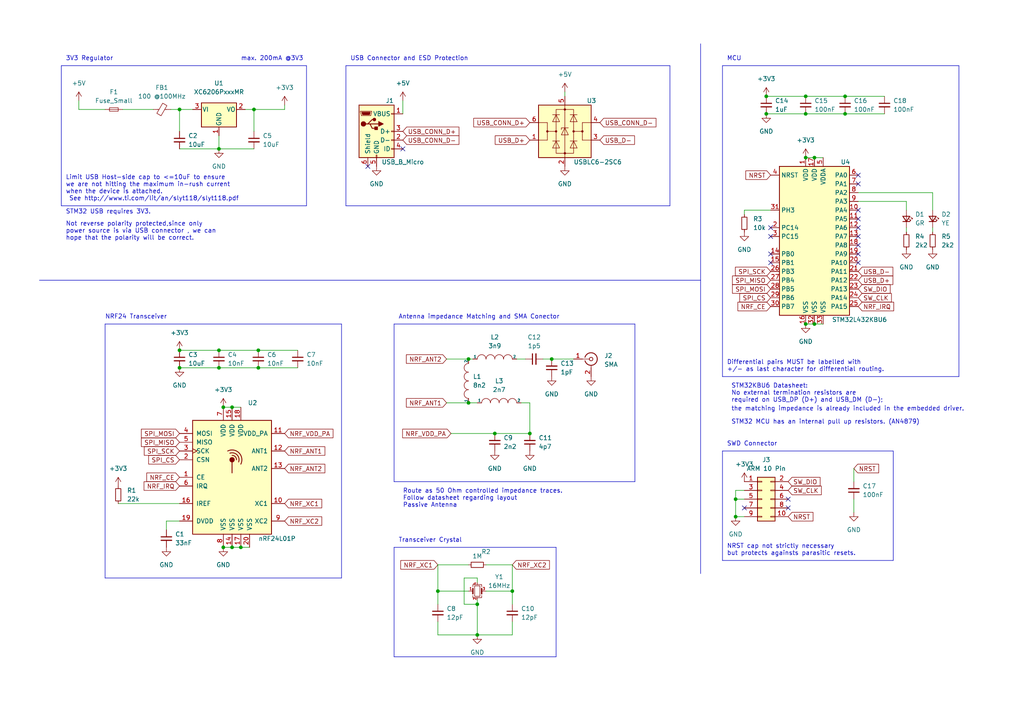
<source format=kicad_sch>
(kicad_sch (version 20230121) (generator eeschema)
  (paper "A4")
  (lib_symbols
    (symbol "Connector:Conn_Coaxial" (pin_names (offset 1.016) hide)
      (property "Reference" "J" (at 0.254 3.048 0))
      (property "Value" "Conn_Coaxial" (at 2.921 0 90))
      (symbol "Conn_Coaxial_0_1"
        (arc (start -1.778 -0.508) (mid 0.222 -1.808) (end 1.778 0) (stroke (width 0.254)))
        (polyline (pts (xy -2.54 0) (xy -0.508 0)))
        (polyline (pts (xy 0 -2.54) (xy 0 -1.778)))
        (circle (center 0 0) (radius 0.508) (stroke (width 0.2032)))
        (arc (start 1.778 0) (mid 0.2221 1.8083) (end -1.778 0.508) (stroke (width 0.254)))
      )
      (symbol "Conn_Coaxial_1_1"
        (pin passive line (at -5.08 0 0) (length 2.54) (name "In") (number "1"))
        (pin passive line (at 0 -5.08 90) (length 2.54) (name "Ext") (number "2"))
      )
    )
    (symbol "Connector:USB_B_Micro" (pin_names (offset 1.016))
      (property "Reference" "J" (at -5.08 11.43 0))
      (property "Value" "USB_B_Micro" (at -5.08 8.89 0))
      (symbol "USB_B_Micro_0_1"
        (rectangle (start -5.08 -7.62) (end 5.08 7.62) (stroke (width 0.254)) (fill (type background)))
        (circle (center -3.81 2.159) (radius 0.635) (stroke (width 0.254)) (fill (type outline)))
        (circle (center -0.635 3.429) (radius 0.381) (stroke (width 0.254)) (fill (type outline)))
        (rectangle (start -0.127 -7.62) (end 0.127 -6.858))
        (polyline (pts (xy -1.905 2.159) (xy 0.635 2.159)) (stroke (width 0.254)))
        (polyline (pts (xy -3.175 2.159) (xy -2.54 2.159) (xy -1.27 3.429) (xy -0.635 3.429)) (stroke (width 0.254)))
        (polyline (pts (xy -2.54 2.159) (xy -1.905 2.159) (xy -1.27 0.889) (xy 0 0.889)) (stroke (width 0.254)))
        (polyline (pts (xy 0.635 2.794) (xy 0.635 1.524) (xy 1.905 2.159) (xy 0.635 2.794)) (stroke (width 0.254)) (fill (type outline)))
        (polyline (pts (xy -4.318 5.588) (xy -1.778 5.588) (xy -2.032 4.826) (xy -4.064 4.826) (xy -4.318 5.588)) (fill (type outline)))
        (polyline (pts (xy -4.699 5.842) (xy -4.699 5.588) (xy -4.445 4.826) (xy -4.445 4.572) (xy -1.651 4.572) (xy -1.651 4.826) (xy -1.397 5.588) (xy -1.397 5.842) (xy -4.699 5.842)))
        (rectangle (start 0.254 1.27) (end -0.508 0.508) (stroke (width 0.254)) (fill (type outline)))
        (rectangle (start 5.08 -5.207) (end 4.318 -4.953))
        (rectangle (start 5.08 -2.667) (end 4.318 -2.413))
        (rectangle (start 5.08 -0.127) (end 4.318 0.127))
        (rectangle (start 5.08 4.953) (end 4.318 5.207))
      )
      (symbol "USB_B_Micro_1_1"
        (pin power_out line (at 7.62 5.08 180) (length 2.54) (name "VBUS") (number "1"))
        (pin bidirectional line (at 7.62 -2.54 180) (length 2.54) (name "D-") (number "2"))
        (pin bidirectional line (at 7.62 0 180) (length 2.54) (name "D+") (number "3"))
        (pin passive line (at 7.62 -5.08 180) (length 2.54) (name "ID") (number "4"))
        (pin power_out line (at 0 -10.16 90) (length 2.54) (name "GND") (number "5"))
        (pin passive line (at -2.54 -10.16 90) (length 2.54) (name "Shield") (number "6"))
      )
    )
    (symbol "Connector_Generic:Conn_02x05_Odd_Even" (pin_names (offset 1.016) hide)
      (property "Reference" "J" (at 1.27 7.62 0))
      (property "Value" "Conn_02x05_Odd_Even" (at 1.27 -7.62 0))
      (symbol "Conn_02x05_Odd_Even_1_1"
        (rectangle (start -1.27 -4.953) (end 0 -5.207) (stroke (width 0.1524)))
        (rectangle (start -1.27 -2.413) (end 0 -2.667) (stroke (width 0.1524)))
        (rectangle (start -1.27 0.127) (end 0 -0.127) (stroke (width 0.1524)))
        (rectangle (start -1.27 2.667) (end 0 2.413) (stroke (width 0.1524)))
        (rectangle (start -1.27 5.207) (end 0 4.953) (stroke (width 0.1524)))
        (rectangle (start -1.27 6.35) (end 3.81 -6.35) (stroke (width 0.254)) (fill (type background)))
        (rectangle (start 3.81 -4.953) (end 2.54 -5.207) (stroke (width 0.1524)))
        (rectangle (start 3.81 -2.413) (end 2.54 -2.667) (stroke (width 0.1524)))
        (rectangle (start 3.81 0.127) (end 2.54 -0.127) (stroke (width 0.1524)))
        (rectangle (start 3.81 2.667) (end 2.54 2.413) (stroke (width 0.1524)))
        (rectangle (start 3.81 5.207) (end 2.54 4.953) (stroke (width 0.1524)))
        (pin passive line (at -5.08 5.08 0) (length 3.81) (name "Pin_1") (number "1"))
        (pin passive line (at 7.62 -5.08 180) (length 3.81) (name "Pin_10") (number "10"))
        (pin passive line (at 7.62 5.08 180) (length 3.81) (name "Pin_2") (number "2"))
        (pin passive line (at -5.08 2.54 0) (length 3.81) (name "Pin_3") (number "3"))
        (pin passive line (at 7.62 2.54 180) (length 3.81) (name "Pin_4") (number "4"))
        (pin passive line (at -5.08 0 0) (length 3.81) (name "Pin_5") (number "5"))
        (pin passive line (at 7.62 0 180) (length 3.81) (name "Pin_6") (number "6"))
        (pin passive line (at -5.08 -2.54 0) (length 3.81) (name "Pin_7") (number "7"))
        (pin passive line (at 7.62 -2.54 180) (length 3.81) (name "Pin_8") (number "8"))
        (pin passive line (at -5.08 -5.08 0) (length 3.81) (name "Pin_9") (number "9"))
      )
    )
    (symbol "Device:C_Small" (pin_numbers hide) (pin_names (offset 0.254) hide)
      (property "Reference" "C" (at 0.254 1.778 0))
      (property "Value" "C_Small" (at 0.254 -2.032 0))
      (symbol "C_Small_0_1"
        (polyline (pts (xy -1.524 -0.508) (xy 1.524 -0.508)) (stroke (width 0.3302)))
        (polyline (pts (xy -1.524 0.508) (xy 1.524 0.508)) (stroke (width 0.3048)))
      )
      (symbol "C_Small_1_1"
        (pin passive line (at 0 2.54 270) (length 2.032) (name "~") (number "1"))
        (pin passive line (at 0 -2.54 90) (length 2.032) (name "~") (number "2"))
      )
    )
    (symbol "Device:Crystal_GND24_Small" (pin_names (offset 1.016) hide)
      (property "Reference" "Y" (at 1.27 4.445 0))
      (property "Value" "Crystal_GND24_Small" (at 1.27 2.54 0))
      (symbol "Crystal_GND24_Small_0_1"
        (rectangle (start -0.762 -1.524) (end 0.762 1.524))
        (polyline (pts (xy -1.27 -0.762) (xy -1.27 0.762)) (stroke (width 0.381)))
        (polyline (pts (xy 1.27 -0.762) (xy 1.27 0.762)) (stroke (width 0.381)))
        (polyline (pts (xy -1.27 -1.27) (xy -1.27 -1.905) (xy 1.27 -1.905) (xy 1.27 -1.27)))
        (polyline (pts (xy -1.27 1.27) (xy -1.27 1.905) (xy 1.27 1.905) (xy 1.27 1.27)))
      )
      (symbol "Crystal_GND24_Small_1_1"
        (pin passive line (at -2.54 0 0) (length 1.27) (name "1") (number "1"))
        (pin passive line (at 0 -2.54 90) (length 0.635) (name "2") (number "2"))
        (pin passive line (at 2.54 0 180) (length 1.27) (name "3") (number "3"))
        (pin passive line (at 0 2.54 270) (length 0.635) (name "4") (number "4"))
      )
    )
    (symbol "Device:FerriteBead_Small" (pin_numbers hide) (pin_names (offset 0))
      (property "Reference" "FB" (at 1.905 1.27 0))
      (property "Value" "FerriteBead_Small" (at 1.905 -1.27 0))
      (symbol "FerriteBead_Small_0_1"
        (polyline (pts (xy 0 -1.27) (xy 0 -0.7874)))
        (polyline (pts (xy 0 0.889) (xy 0 1.2954)))
        (polyline (pts (xy -1.8288 0.2794) (xy -1.1176 1.4986) (xy 1.8288 -0.2032) (xy 1.1176 -1.4224) (xy -1.8288 0.2794)))
      )
      (symbol "FerriteBead_Small_1_1"
        (pin passive line (at 0 2.54 270) (length 1.27) (name "~") (number "1"))
        (pin passive line (at 0 -2.54 90) (length 1.27) (name "~") (number "2"))
      )
    )
    (symbol "Device:Fuse_Small" (pin_numbers hide) (pin_names (offset 0.254) hide)
      (property "Reference" "F" (at 0 -1.524 0))
      (property "Value" "Fuse_Small" (at 0 1.524 0))
      (symbol "Fuse_Small_0_1"
        (rectangle (start -1.27 0.508) (end 1.27 -0.508))
        (polyline (pts (xy -1.27 0) (xy 1.27 0)))
      )
      (symbol "Fuse_Small_1_1"
        (pin passive line (at -2.54 0 0) (length 1.27) (name "~") (number "1"))
        (pin passive line (at 2.54 0 180) (length 1.27) (name "~") (number "2"))
      )
    )
    (symbol "Device:LED_Small" (pin_numbers hide) (pin_names (offset 0.254) hide)
      (property "Reference" "D" (at -1.27 3.175 0))
      (property "Value" "LED_Small" (at -4.445 -2.54 0))
      (symbol "LED_Small_0_1"
        (polyline (pts (xy -0.762 -1.016) (xy -0.762 1.016)) (stroke (width 0.254)))
        (polyline (pts (xy 1.016 0) (xy -0.762 0)))
        (polyline (pts (xy 0.762 -1.016) (xy -0.762 0) (xy 0.762 1.016) (xy 0.762 -1.016)) (stroke (width 0.254)))
        (polyline (pts (xy 0 0.762) (xy -0.508 1.27) (xy -0.254 1.27) (xy -0.508 1.27) (xy -0.508 1.016)))
        (polyline (pts (xy 0.508 1.27) (xy 0 1.778) (xy 0.254 1.778) (xy 0 1.778) (xy 0 1.524)))
      )
      (symbol "LED_Small_1_1"
        (pin passive line (at -2.54 0 0) (length 1.778) (name "K") (number "1"))
        (pin passive line (at 2.54 0 180) (length 1.778) (name "A") (number "2"))
      )
    )
    (symbol "Device:R_Small" (pin_numbers hide) (pin_names (offset 0.254) hide)
      (property "Reference" "R" (at 0.762 0.508 0))
      (property "Value" "R_Small" (at 0.762 -1.016 0))
      (symbol "R_Small_0_1"
        (rectangle (start -0.762 1.778) (end 0.762 -1.778) (stroke (width 0.2032)))
      )
      (symbol "R_Small_1_1"
        (pin passive line (at 0 2.54 270) (length 0.762) (name "~") (number "1"))
        (pin passive line (at 0 -2.54 90) (length 0.762) (name "~") (number "2"))
      )
    )
    (symbol "MCU_ST_STM32L4:STM32L432KBUx"
      (property "Reference" "U" (at -10.16 21.59 0))
      (property "Value" "STM32L432KBUx" (at 5.08 21.59 0))
      (symbol "STM32L432KBUx_0_1"
        (rectangle (start -10.16 -22.86) (end 10.16 20.32) (stroke (width 0.254)) (fill (type background)))
      )
      (symbol "STM32L432KBUx_1_1"
        (pin power_in line (at -2.54 22.86 270) (length 2.54) (name "VDD") (number "1"))
        (pin bidirectional line (at 12.7 7.62 180) (length 2.54) (name "PA4") (number "10"))
        (pin bidirectional line (at 12.7 5.08 180) (length 2.54) (name "PA5") (number "11"))
        (pin bidirectional line (at 12.7 2.54 180) (length 2.54) (name "PA6") (number "12"))
        (pin bidirectional line (at 12.7 0 180) (length 2.54) (name "PA7") (number "13"))
        (pin bidirectional line (at -12.7 -5.08 0) (length 2.54) (name "PB0") (number "14"))
        (pin bidirectional line (at -12.7 -7.62 0) (length 2.54) (name "PB1") (number "15"))
        (pin power_in line (at -2.54 -25.4 90) (length 2.54) (name "VSS") (number "16"))
        (pin power_in line (at 0 22.86 270) (length 2.54) (name "VDD") (number "17"))
        (pin bidirectional line (at 12.7 -2.54 180) (length 2.54) (name "PA8") (number "18"))
        (pin bidirectional line (at 12.7 -5.08 180) (length 2.54) (name "PA9") (number "19"))
        (pin bidirectional line (at -12.7 2.54 0) (length 2.54) (name "PC14") (number "2"))
        (pin bidirectional line (at 12.7 -7.62 180) (length 2.54) (name "PA10") (number "20"))
        (pin bidirectional line (at 12.7 -10.16 180) (length 2.54) (name "PA11") (number "21"))
        (pin bidirectional line (at 12.7 -12.7 180) (length 2.54) (name "PA12") (number "22"))
        (pin bidirectional line (at 12.7 -15.24 180) (length 2.54) (name "PA13") (number "23"))
        (pin bidirectional line (at 12.7 -17.78 180) (length 2.54) (name "PA14") (number "24"))
        (pin bidirectional line (at 12.7 -20.32 180) (length 2.54) (name "PA15") (number "25"))
        (pin bidirectional line (at -12.7 -10.16 0) (length 2.54) (name "PB3") (number "26"))
        (pin bidirectional line (at -12.7 -12.7 0) (length 2.54) (name "PB4") (number "27"))
        (pin bidirectional line (at -12.7 -15.24 0) (length 2.54) (name "PB5") (number "28"))
        (pin bidirectional line (at -12.7 -17.78 0) (length 2.54) (name "PB6") (number "29"))
        (pin bidirectional line (at -12.7 0 0) (length 2.54) (name "PC15") (number "3"))
        (pin bidirectional line (at -12.7 -20.32 0) (length 2.54) (name "PB7") (number "30"))
        (pin bidirectional line (at -12.7 7.62 0) (length 2.54) (name "PH3") (number "31"))
        (pin power_in line (at 0 -25.4 90) (length 2.54) (name "VSS") (number "32"))
        (pin power_in line (at 2.54 -25.4 90) (length 2.54) (name "VSS") (number "33"))
        (pin input line (at -12.7 17.78 0) (length 2.54) (name "NRST") (number "4"))
        (pin power_in line (at 2.54 22.86 270) (length 2.54) (name "VDDA") (number "5"))
        (pin bidirectional line (at 12.7 17.78 180) (length 2.54) (name "PA0") (number "6"))
        (pin bidirectional line (at 12.7 15.24 180) (length 2.54) (name "PA1") (number "7"))
        (pin bidirectional line (at 12.7 12.7 180) (length 2.54) (name "PA2") (number "8"))
        (pin bidirectional line (at 12.7 10.16 180) (length 2.54) (name "PA3") (number "9"))
      )
    )
    (symbol "Power_Protection:USBLC6-2SC6" (pin_names hide)
      (property "Reference" "U" (at 2.54 8.89 0))
      (property "Value" "USBLC6-2SC6" (at 2.54 -8.89 0))
      (symbol "USBLC6-2SC6_0_1"
        (rectangle (start -7.62 -7.62) (end 7.62 7.62) (stroke (width 0.254)) (fill (type background)))
        (circle (center -5.08 0) (radius 0.254) (fill (type outline)))
        (circle (center -2.54 0) (radius 0.254) (fill (type outline)))
        (rectangle (start -2.54 6.35) (end 2.54 -6.35))
        (circle (center 0 -6.35) (radius 0.254) (fill (type outline)))
        (polyline (pts (xy -5.08 -2.54) (xy -7.62 -2.54)))
        (polyline (pts (xy -5.08 0) (xy -5.08 -2.54)))
        (polyline (pts (xy -5.08 2.54) (xy -7.62 2.54)))
        (polyline (pts (xy -1.524 -2.794) (xy -3.556 -2.794)))
        (polyline (pts (xy -1.524 4.826) (xy -3.556 4.826)))
        (polyline (pts (xy 0 -7.62) (xy 0 -6.35)))
        (polyline (pts (xy 0 -6.35) (xy 0 1.27)))
        (polyline (pts (xy 0 1.27) (xy 0 6.35)))
        (polyline (pts (xy 0 6.35) (xy 0 7.62)))
        (polyline (pts (xy 1.524 -2.794) (xy 3.556 -2.794)))
        (polyline (pts (xy 1.524 4.826) (xy 3.556 4.826)))
        (polyline (pts (xy 5.08 -2.54) (xy 7.62 -2.54)))
        (polyline (pts (xy 5.08 0) (xy 5.08 -2.54)))
        (polyline (pts (xy 5.08 2.54) (xy 7.62 2.54)))
        (polyline (pts (xy -2.54 0) (xy -5.08 0) (xy -5.08 2.54)))
        (polyline (pts (xy 2.54 0) (xy 5.08 0) (xy 5.08 2.54)))
        (polyline (pts (xy -3.556 -4.826) (xy -1.524 -4.826) (xy -2.54 -2.794) (xy -3.556 -4.826)))
        (polyline (pts (xy -3.556 2.794) (xy -1.524 2.794) (xy -2.54 4.826) (xy -3.556 2.794)))
        (polyline (pts (xy -1.016 -1.016) (xy 1.016 -1.016) (xy 0 1.016) (xy -1.016 -1.016)))
        (polyline (pts (xy 1.016 1.016) (xy 0.762 1.016) (xy -1.016 1.016) (xy -1.016 0.508)))
        (polyline (pts (xy 3.556 -4.826) (xy 1.524 -4.826) (xy 2.54 -2.794) (xy 3.556 -4.826)))
        (polyline (pts (xy 3.556 2.794) (xy 1.524 2.794) (xy 2.54 4.826) (xy 3.556 2.794)))
        (circle (center 0 6.35) (radius 0.254) (fill (type outline)))
        (circle (center 2.54 0) (radius 0.254) (fill (type outline)))
        (circle (center 5.08 0) (radius 0.254) (fill (type outline)))
      )
      (symbol "USBLC6-2SC6_1_1"
        (pin passive line (at -10.16 -2.54 0) (length 2.54) (name "I/O1") (number "1"))
        (pin passive line (at 0 -10.16 90) (length 2.54) (name "GND") (number "2"))
        (pin passive line (at 10.16 -2.54 180) (length 2.54) (name "I/O2") (number "3"))
        (pin passive line (at 10.16 2.54 180) (length 2.54) (name "I/O2") (number "4"))
        (pin passive line (at 0 10.16 270) (length 2.54) (name "VBUS") (number "5"))
        (pin passive line (at -10.16 2.54 0) (length 2.54) (name "I/O1") (number "6"))
      )
    )
    (symbol "RF:nRF24L01P" (pin_names (offset 1.016))
      (property "Reference" "U" (at -11.43 17.78 0))
      (property "Value" "nRF24L01P" (at 5.08 17.78 0))
      (symbol "nRF24L01P_0_1"
        (rectangle (start -11.43 16.51) (end 11.43 -16.51) (stroke (width 0.254)) (fill (type background)))
        (polyline (pts (xy 0 4.445) (xy 0 1.27)) (stroke (width 0.254)))
        (circle (center 0 5.08) (radius 0.635) (stroke (width 0.254)) (fill (type outline)))
        (arc (start 1.27 5.08) (mid 0.9109 5.9909) (end 0 6.35) (stroke (width 0.254)))
        (arc (start 1.905 4.445) (mid 1.4383 6.5183) (end -0.635 6.985) (stroke (width 0.254)))
        (arc (start 2.54 3.81) (mid 2.008 7.088) (end -1.27 7.62) (stroke (width 0.254)))
        (rectangle (start 11.43 -13.97) (end 11.43 -13.97))
      )
      (symbol "nRF24L01P_1_1"
        (pin input line (at -15.24 0 0) (length 3.81) (name "CE") (number "1"))
        (pin passive line (at 15.24 -7.62 180) (length 3.81) (name "XC1") (number "10"))
        (pin power_out line (at 15.24 12.7 180) (length 3.81) (name "VDD_PA") (number "11"))
        (pin passive line (at 15.24 7.62 180) (length 3.81) (name "ANT1") (number "12"))
        (pin passive line (at 15.24 2.54 180) (length 3.81) (name "ANT2") (number "13"))
        (pin power_in line (at 0 -20.32 90) (length 3.81) (name "VSS") (number "14"))
        (pin power_in line (at 0 20.32 270) (length 3.81) (name "VDD") (number "15"))
        (pin passive line (at -15.24 -7.62 0) (length 3.81) (name "IREF") (number "16"))
        (pin power_in line (at 2.54 -20.32 90) (length 3.81) (name "VSS") (number "17"))
        (pin power_in line (at 2.54 20.32 270) (length 3.81) (name "VDD") (number "18"))
        (pin power_out line (at -15.24 -12.7 0) (length 3.81) (name "DVDD") (number "19"))
        (pin input line (at -15.24 5.08 0) (length 3.81) (name "CSN") (number "2"))
        (pin power_in line (at 5.08 -20.32 90) (length 3.81) (name "VSS") (number "20"))
        (pin input clock (at -15.24 7.62 0) (length 3.81) (name "SCK") (number "3"))
        (pin input line (at -15.24 12.7 0) (length 3.81) (name "MOSI") (number "4"))
        (pin output line (at -15.24 10.16 0) (length 3.81) (name "MISO") (number "5"))
        (pin output line (at -15.24 -2.54 0) (length 3.81) (name "IRQ") (number "6"))
        (pin power_in line (at -2.54 20.32 270) (length 3.81) (name "VDD") (number "7"))
        (pin power_in line (at -2.54 -20.32 90) (length 3.81) (name "VSS") (number "8"))
        (pin passive line (at 15.24 -12.7 180) (length 3.81) (name "XC2") (number "9"))
      )
    )
    (symbol "Regulator_Linear:XC6206PxxxMR" (pin_names (offset 0.254))
      (property "Reference" "U" (at -3.81 3.175 0))
      (property "Value" "XC6206PxxxMR" (at 0 3.175 0))
      (symbol "XC6206PxxxMR_0_1"
        (rectangle (start -5.08 1.905) (end 5.08 -5.08) (stroke (width 0.254)) (fill (type background)))
      )
      (symbol "XC6206PxxxMR_1_1"
        (pin power_in line (at 0 -7.62 90) (length 2.54) (name "GND") (number "1"))
        (pin power_out line (at 7.62 0 180) (length 2.54) (name "VO") (number "2"))
        (pin power_in line (at -7.62 0 0) (length 2.54) (name "VI") (number "3"))
      )
    )
    (symbol "power:+3V3" (power) (pin_names (offset 0))
      (property "Value" "+3V3" (at 0 3.556 0))
      (symbol "+3V3_0_1"
        (polyline (pts (xy -0.762 1.27) (xy 0 2.54)))
        (polyline (pts (xy 0 0) (xy 0 2.54)))
        (polyline (pts (xy 0 2.54) (xy 0.762 1.27)))
      )
      (symbol "+3V3_1_1"
        (pin power_in line (at 0 0 90) (length 0) hide (name "+3V3") (number "1"))
      )
    )
    (symbol "power:+5V" (power) (pin_names (offset 0))
      (property "Value" "+5V" (at 0 3.556 0))
      (symbol "+5V_0_1"
        (polyline (pts (xy -0.762 1.27) (xy 0 2.54)))
        (polyline (pts (xy 0 0) (xy 0 2.54)))
        (polyline (pts (xy 0 2.54) (xy 0.762 1.27)))
      )
      (symbol "+5V_1_1"
        (pin power_in line (at 0 0 90) (length 0) hide (name "+5V") (number "1"))
      )
    )
    (symbol "power:GND" (power) (pin_names (offset 0))
      (property "Value" "GND" (at 0 -3.81 0))
      (symbol "GND_0_1"
        (polyline (pts (xy 0 0) (xy 0 -1.27) (xy 1.27 -1.27) (xy 0 -2.54) (xy -1.27 -1.27) (xy 0 -1.27)))
      )
      (symbol "GND_1_1"
        (pin power_in line (at 0 0 270) (length 0) hide (name "GND") (number "1"))
      )
    )
    (symbol "pspice:INDUCTOR" (pin_numbers hide) (pin_names (offset 0))
      (property "Reference" "L" (at 0 2.54 0))
      (property "Value" "INDUCTOR" (at 0 -1.27 0))
      (symbol "INDUCTOR_0_1"
        (arc (start -2.54 0) (mid -3.81 1.2645) (end -5.08 0))
        (arc (start 0 0) (mid -1.27 1.2645) (end -2.54 0))
        (arc (start 2.54 0) (mid 1.27 1.2645) (end 0 0))
        (arc (start 5.08 0) (mid 3.81 1.2645) (end 2.54 0))
      )
      (symbol "INDUCTOR_1_1"
        (pin input line (at -6.35 0 0) (length 1.27) (name "1") (number "1"))
        (pin input line (at 6.35 0 180) (length 1.27) (name "2") (number "2"))
      )
    )
  )
  (junction (at 67.31 158.75))
  (junction (at 64.77 158.75))
  (junction (at 236.22 93.98))
  (junction (at 63.5 106.68))
  (junction (at 153.67 125.73))
  (junction (at 245.11 33.02))
  (junction (at 69.85 158.75))
  (junction (at 135.89 104.14))
  (junction (at 233.68 27.94))
  (junction (at 127 171.45))
  (junction (at 52.07 31.75))
  (junction (at 74.93 106.68))
  (junction (at 138.43 184.15))
  (junction (at 138.43 175.26))
  (junction (at 233.68 45.72))
  (junction (at 213.36 149.86))
  (junction (at 213.36 144.78))
  (junction (at 236.22 45.72))
  (junction (at 222.25 27.94))
  (junction (at 160.02 104.14))
  (junction (at 233.68 33.02))
  (junction (at 148.59 171.45))
  (junction (at 245.11 27.94))
  (junction (at 233.68 93.98))
  (junction (at 67.31 118.11))
  (junction (at 52.07 106.68))
  (junction (at 74.93 101.6))
  (junction (at 52.07 101.6))
  (junction (at 222.25 33.02))
  (junction (at 135.89 116.84))
  (junction (at 143.51 125.73))
  (junction (at 64.77 118.11))
  (junction (at 63.5 101.6))
  (junction (at 63.5 43.18))
  (junction (at 73.66 31.75))
  (no_connect (at 223.52 76.2))
  (no_connect (at 223.52 73.66))
  (no_connect (at 223.52 68.58))
  (no_connect (at 248.92 76.2))
  (no_connect (at 248.92 63.5))
  (no_connect (at 248.92 66.04))
  (no_connect (at 248.92 68.58))
  (no_connect (at 248.92 71.12))
  (no_connect (at 248.92 73.66))
  (no_connect (at 223.52 66.04))
  (no_connect (at 248.92 50.8))
  (no_connect (at 248.92 53.34))
  (no_connect (at 248.92 60.96))
  (no_connect (at 106.68 48.26))
  (no_connect (at 116.84 43.18))
  (no_connect (at 228.6 147.32))
  (no_connect (at 228.6 144.78))
  (no_connect (at 215.9 147.32))
  (wire (pts (xy 63.5 43.18) (xy 73.66 43.18)))
  (polyline (pts (xy 114.3 158.75) (xy 161.29 158.75)))
  (polyline (pts (xy 203.2 12.7) (xy 203.2 166.37)))
  (wire (pts (xy 48.26 151.13) (xy 48.26 153.67)))
  (wire (pts (xy 248.92 58.42) (xy 262.89 58.42)))
  (wire (pts (xy 127 163.83) (xy 127 171.45)))
  (polyline (pts (xy 209.55 130.81) (xy 209.55 162.56)))
  (polyline (pts (xy 209.55 130.81) (xy 259.08 130.81)))
  (wire (pts (xy 52.07 106.68) (xy 63.5 106.68)))
  (polyline (pts (xy 99.06 93.98) (xy 99.06 167.64)))
  (wire (pts (xy 63.5 101.6) (xy 74.93 101.6)))
  (wire (pts (xy 247.65 139.7) (xy 247.65 135.89)))
  (polyline (pts (xy 114.3 158.75) (xy 114.3 190.5)))
  (wire (pts (xy 52.07 31.75) (xy 52.07 38.1)))
  (wire (pts (xy 262.89 58.42) (xy 262.89 60.96)))
  (polyline (pts (xy 184.15 139.7) (xy 114.3 139.7)))
  (wire (pts (xy 134.62 167.64) (xy 134.62 175.26)))
  (wire (pts (xy 148.59 163.83) (xy 148.59 171.45)))
  (wire (pts (xy 143.51 125.73) (xy 153.67 125.73)))
  (polyline (pts (xy 30.48 93.98) (xy 30.48 167.64)))
  (wire (pts (xy 270.51 66.04) (xy 270.51 67.31)))
  (polyline (pts (xy 114.3 93.98) (xy 184.15 93.98)))
  (wire (pts (xy 22.86 31.75) (xy 30.48 31.75)))
  (wire (pts (xy 153.67 116.84) (xy 153.67 125.73)))
  (wire (pts (xy 127 184.15) (xy 138.43 184.15)))
  (wire (pts (xy 135.89 171.45) (xy 127 171.45)))
  (wire (pts (xy 215.9 142.24) (xy 213.36 142.24)))
  (polyline (pts (xy 30.48 93.98) (xy 99.06 93.98)))
  (polyline (pts (xy 184.15 93.98) (xy 184.15 139.7)))
  (wire (pts (xy 222.25 33.02) (xy 233.68 33.02)))
  (polyline (pts (xy 161.29 190.5) (xy 114.3 190.5)))
  (wire (pts (xy 149.86 104.14) (xy 152.4 104.14)))
  (wire (pts (xy 64.77 158.75) (xy 67.31 158.75)))
  (wire (pts (xy 135.89 104.14) (xy 137.16 104.14)))
  (wire (pts (xy 49.53 31.75) (xy 52.07 31.75)))
  (polyline (pts (xy 259.08 130.81) (xy 259.08 162.56)))
  (polyline (pts (xy 17.78 19.05) (xy 17.78 59.69)))
  (wire (pts (xy 138.43 168.91) (xy 138.43 167.64)))
  (polyline (pts (xy 278.13 19.05) (xy 278.13 109.22)))
  (wire (pts (xy 262.89 67.31) (xy 262.89 66.04)))
  (wire (pts (xy 129.54 116.84) (xy 135.89 116.84)))
  (wire (pts (xy 215.9 60.96) (xy 223.52 60.96)))
  (wire (pts (xy 138.43 175.26) (xy 138.43 184.15)))
  (wire (pts (xy 52.07 31.75) (xy 55.88 31.75)))
  (polyline (pts (xy 88.9 59.69) (xy 17.78 59.69)))
  (wire (pts (xy 74.93 101.6) (xy 86.36 101.6)))
  (wire (pts (xy 233.68 93.98) (xy 236.22 93.98)))
  (wire (pts (xy 236.22 93.98) (xy 238.76 93.98)))
  (polyline (pts (xy 100.33 19.05) (xy 100.33 59.69)))
  (wire (pts (xy 247.65 144.78) (xy 247.65 148.59)))
  (wire (pts (xy 127 180.34) (xy 127 184.15)))
  (wire (pts (xy 63.5 43.18) (xy 52.07 43.18)))
  (polyline (pts (xy 194.31 19.05) (xy 194.31 59.69)))
  (wire (pts (xy 245.11 27.94) (xy 256.54 27.94)))
  (wire (pts (xy 213.36 149.86) (xy 215.9 149.86)))
  (wire (pts (xy 22.86 29.21) (xy 22.86 31.75)))
  (wire (pts (xy 73.66 31.75) (xy 82.55 31.75)))
  (wire (pts (xy 63.5 106.68) (xy 74.93 106.68)))
  (wire (pts (xy 140.97 171.45) (xy 148.59 171.45)))
  (polyline (pts (xy 100.33 19.05) (xy 194.31 19.05)))
  (polyline (pts (xy 194.31 59.69) (xy 100.33 59.69)))
  (wire (pts (xy 160.02 104.14) (xy 166.37 104.14)))
  (wire (pts (xy 74.93 106.68) (xy 86.36 106.68)))
  (wire (pts (xy 233.68 45.72) (xy 236.22 45.72)))
  (polyline (pts (xy 209.55 19.05) (xy 278.13 19.05)))
  (wire (pts (xy 215.9 62.23) (xy 215.9 60.96)))
  (wire (pts (xy 34.29 146.05) (xy 52.07 146.05)))
  (wire (pts (xy 127 163.83) (xy 135.89 163.83)))
  (wire (pts (xy 63.5 39.37) (xy 63.5 43.18)))
  (polyline (pts (xy 17.78 19.05) (xy 88.9 19.05)))
  (polyline (pts (xy 88.9 19.05) (xy 88.9 59.69)))
  (wire (pts (xy 64.77 118.11) (xy 67.31 118.11)))
  (wire (pts (xy 71.12 31.75) (xy 73.66 31.75)))
  (wire (pts (xy 138.43 167.64) (xy 134.62 167.64)))
  (polyline (pts (xy 11.43 81.28) (xy 203.2 81.28)))
  (wire (pts (xy 82.55 31.75) (xy 82.55 30.48)))
  (wire (pts (xy 52.07 151.13) (xy 48.26 151.13)))
  (wire (pts (xy 151.13 116.84) (xy 153.67 116.84)))
  (wire (pts (xy 35.56 31.75) (xy 44.45 31.75)))
  (wire (pts (xy 245.11 33.02) (xy 256.54 33.02)))
  (wire (pts (xy 129.54 104.14) (xy 135.89 104.14)))
  (wire (pts (xy 140.97 163.83) (xy 148.59 163.83)))
  (wire (pts (xy 148.59 184.15) (xy 148.59 180.34)))
  (polyline (pts (xy 278.13 109.22) (xy 209.55 109.22)))
  (wire (pts (xy 248.92 55.88) (xy 270.51 55.88)))
  (wire (pts (xy 148.59 171.45) (xy 148.59 175.26)))
  (wire (pts (xy 69.85 158.75) (xy 72.39 158.75)))
  (wire (pts (xy 157.48 104.14) (xy 160.02 104.14)))
  (wire (pts (xy 73.66 38.1) (xy 73.66 31.75)))
  (wire (pts (xy 215.9 144.78) (xy 213.36 144.78)))
  (wire (pts (xy 134.62 175.26) (xy 138.43 175.26)))
  (polyline (pts (xy 161.29 158.75) (xy 161.29 190.5)))
  (wire (pts (xy 67.31 158.75) (xy 69.85 158.75)))
  (polyline (pts (xy 209.55 109.22) (xy 209.55 19.05)))
  (wire (pts (xy 116.84 29.21) (xy 116.84 33.02)))
  (polyline (pts (xy 99.06 167.64) (xy 30.48 167.64)))
  (polyline (pts (xy 259.08 162.56) (xy 209.55 162.56)))
  (wire (pts (xy 233.68 33.02) (xy 245.11 33.02)))
  (wire (pts (xy 213.36 144.78) (xy 213.36 149.86)))
  (wire (pts (xy 213.36 142.24) (xy 213.36 144.78)))
  (wire (pts (xy 138.43 173.99) (xy 138.43 175.26)))
  (wire (pts (xy 127 171.45) (xy 127 175.26)))
  (wire (pts (xy 52.07 101.6) (xy 63.5 101.6)))
  (wire (pts (xy 222.25 27.94) (xy 233.68 27.94)))
  (wire (pts (xy 130.81 125.73) (xy 143.51 125.73)))
  (wire (pts (xy 67.31 118.11) (xy 69.85 118.11)))
  (wire (pts (xy 135.89 116.84) (xy 138.43 116.84)))
  (wire (pts (xy 233.68 27.94) (xy 245.11 27.94)))
  (wire (pts (xy 270.51 55.88) (xy 270.51 60.96)))
  (polyline (pts (xy 114.3 93.98) (xy 114.3 139.7)))
  (wire (pts (xy 163.83 26.67) (xy 163.83 27.94)))
  (wire (pts (xy 236.22 45.72) (xy 238.76 45.72)))
  (wire (pts (xy 138.43 184.15) (xy 148.59 184.15)))
  (text "Limit USB Host-side cap to <=10uF to ensure \nwe are not hitting the maximum in-rush current \nwhen the device is attached.\n See http://www.ti.com/lit/an/slyt118/slyt118.pdf" (at 19.05 58.42 0) (effects (font (size 1.27 1.27)) (justify left bottom)))
  (text "Route as 50 Ohm controlled impedance traces.\nFollow datasheet regarding layout \nPassive Antenna " (at 116.84 147.32 0) (effects (font (size 1.27 1.27)) (justify left bottom)))
  (text "max. 200mA @3V3" (at 69.85 17.78 0) (effects (font (size 1.27 1.27)) (justify left bottom)))
  (text "MCU" (at 210.82 17.78 0) (effects (font (size 1.27 1.27)) (justify left bottom)))
  (text "Differential pairs MUST be labelled with\n+/- as last character for differential routing." (at 210.82 107.95 0) (effects (font (size 1.27 1.27)) (justify left bottom)))
  (text "the matching impedance is already included in the embedded driver." (at 212.09 119.38 0) (effects (font (size 1.27 1.27)) (justify left bottom)))
  (text "STM32KBU6 Datasheet:\nNo external termination resistors are \nrequired on USB_DP (D+) and USB_DM (D-);" (at 212.09 116.84 0) (effects (font (size 1.27 1.27)) (justify left bottom)))
  (text "STM32 USB requires 3V3." (at 19.05 62.23 0) (effects (font (size 1.27 1.27)) (justify left bottom)))
  (text "USB Connector and ESD Protection" (at 101.6 17.78 0) (effects (font (size 1.27 1.27)) (justify left bottom)))
  (text "STM32 MCU has an internal pull up resistors. (AN4879)" (at 212.09 123.19 0) (effects (font (size 1.27 1.27)) (justify left bottom)))
  (text "Antenna impedance Matching and SMA Conector" (at 115.57 92.71 0) (effects (font (size 1.27 1.27)) (justify left bottom)))
  (text "Not reverse polarity protected,since only\npower source is via USB connector , we can\nhope that the polarity will be correct." (at 19.05 69.85 0) (effects (font (size 1.27 1.27)) (justify left bottom)))
  (text "NRF24 Transceiver" (at 30.48 92.71 0) (effects (font (size 1.27 1.27)) (justify left bottom)))
  (text "Transceiver Crystal" (at 115.57 157.48 0) (effects (font (size 1.27 1.27)) (justify left bottom)))
  (text "NRST cap not strictly necessary \nbut protects againsts parasitic resets.\n" (at 210.82 161.29 0) (effects (font (size 1.27 1.27)) (justify left bottom)))
  (text "SWD Connector" (at 210.82 129.54 0) (effects (font (size 1.27 1.27)) (justify left bottom)))
  (text "3V3 Regulator" (at 19.05 17.78 0) (effects (font (size 1.27 1.27)) (justify left bottom)))
  (global_label "NRF_XC2" (shape input) (at 148.59 163.83 0) (property "Intersheetrefs" "${INTERSHEET_REFS}" (effects hide)))
  (global_label "NRF_XC1" (shape input) (at 82.55 146.05 0) (property "Intersheetrefs" "${INTERSHEET_REFS}" (effects hide)))
  (global_label "USB_CONN_D+" (shape input) (at 153.67 35.56 180) (property "Intersheetrefs" "${INTERSHEET_REFS}" (effects hide)))
  (global_label "NRF_VDD_PA" (shape input) (at 82.55 125.73 0) (property "Intersheetrefs" "${INTERSHEET_REFS}" (effects hide)))
  (global_label "NRST" (shape input) (at 247.65 135.89 0) (property "Intersheetrefs" "${INTERSHEET_REFS}" (effects hide)))
  (global_label "NRF_IRQ" (shape input) (at 248.92 88.9 0) (property "Intersheetrefs" "${INTERSHEET_REFS}" (effects hide)))
  (global_label "SW_DIO" (shape input) (at 228.6 139.7 0) (property "Intersheetrefs" "${INTERSHEET_REFS}" (effects hide)))
  (global_label "SPI_SCK" (shape input) (at 223.52 78.74 180) (property "Intersheetrefs" "${INTERSHEET_REFS}" (effects hide)))
  (global_label "NRF_VDD_PA" (shape input) (at 130.81 125.73 180) (property "Intersheetrefs" "${INTERSHEET_REFS}" (effects hide)))
  (global_label "NRF_CE" (shape input) (at 223.52 88.9 180) (property "Intersheetrefs" "${INTERSHEET_REFS}" (effects hide)))
  (global_label "SPI_CS" (shape input) (at 223.52 86.36 180) (property "Intersheetrefs" "${INTERSHEET_REFS}" (effects hide)))
  (global_label "USB_D+" (shape input) (at 153.67 40.64 180) (property "Intersheetrefs" "${INTERSHEET_REFS}" (effects hide)))
  (global_label "NRF_ANT2" (shape input) (at 82.55 135.89 0) (property "Intersheetrefs" "${INTERSHEET_REFS}" (effects hide)))
  (global_label "NRST" (shape input) (at 228.6 149.86 0) (property "Intersheetrefs" "${INTERSHEET_REFS}" (effects hide)))
  (global_label "NRF_IRQ" (shape input) (at 52.07 140.97 180) (property "Intersheetrefs" "${INTERSHEET_REFS}" (effects hide)))
  (global_label "SPI_SCK" (shape input) (at 52.07 130.81 180) (property "Intersheetrefs" "${INTERSHEET_REFS}" (effects hide)))
  (global_label "NRF_ANT2" (shape input) (at 129.54 104.14 180) (property "Intersheetrefs" "${INTERSHEET_REFS}" (effects hide)))
  (global_label "NRF_ANT1" (shape input) (at 129.54 116.84 180) (property "Intersheetrefs" "${INTERSHEET_REFS}" (effects hide)))
  (global_label "USB_CONN_D+" (shape input) (at 116.84 38.1 0) (property "Intersheetrefs" "${INTERSHEET_REFS}" (effects hide)))
  (global_label "SPI_MOSI" (shape input) (at 52.07 125.73 180) (property "Intersheetrefs" "${INTERSHEET_REFS}" (effects hide)))
  (global_label "NRF_XC1" (shape input) (at 127 163.83 180) (property "Intersheetrefs" "${INTERSHEET_REFS}" (effects hide)))
  (global_label "SW_DIO" (shape input) (at 248.92 83.82 0) (property "Intersheetrefs" "${INTERSHEET_REFS}" (effects hide)))
  (global_label "USB_D+" (shape input) (at 248.92 81.28 0) (property "Intersheetrefs" "${INTERSHEET_REFS}" (effects hide)))
  (global_label "USB_CONN_D-" (shape input) (at 116.84 40.64 0) (property "Intersheetrefs" "${INTERSHEET_REFS}" (effects hide)))
  (global_label "NRST" (shape input) (at 223.52 50.8 180) (property "Intersheetrefs" "${INTERSHEET_REFS}" (effects hide)))
  (global_label "SPI_CS" (shape input) (at 52.07 133.35 180) (property "Intersheetrefs" "${INTERSHEET_REFS}" (effects hide)))
  (global_label "SW_CLK" (shape input) (at 248.92 86.36 0) (property "Intersheetrefs" "${INTERSHEET_REFS}" (effects hide)))
  (global_label "USB_D-" (shape input) (at 173.99 40.64 0) (property "Intersheetrefs" "${INTERSHEET_REFS}" (effects hide)))
  (global_label "NRF_ANT1" (shape input) (at 82.55 130.81 0) (property "Intersheetrefs" "${INTERSHEET_REFS}" (effects hide)))
  (global_label "USB_D-" (shape input) (at 248.92 78.74 0) (property "Intersheetrefs" "${INTERSHEET_REFS}" (effects hide)))
  (global_label "USB_CONN_D-" (shape input) (at 173.99 35.56 0) (property "Intersheetrefs" "${INTERSHEET_REFS}" (effects hide)))
  (global_label "NRF_XC2" (shape input) (at 82.55 151.13 0) (property "Intersheetrefs" "${INTERSHEET_REFS}" (effects hide)))
  (global_label "NRF_CE" (shape input) (at 52.07 138.43 180) (property "Intersheetrefs" "${INTERSHEET_REFS}" (effects hide)))
  (global_label "SPI_MOSI" (shape input) (at 223.52 83.82 180) (property "Intersheetrefs" "${INTERSHEET_REFS}" (effects hide)))
  (global_label "SW_CLK" (shape input) (at 228.6 142.24 0) (property "Intersheetrefs" "${INTERSHEET_REFS}" (effects hide)))
  (global_label "SPI_MISO" (shape input) (at 223.52 81.28 180) (property "Intersheetrefs" "${INTERSHEET_REFS}" (effects hide)))
  (global_label "SPI_MISO" (shape input) (at 52.07 128.27 180) (property "Intersheetrefs" "${INTERSHEET_REFS}" (effects hide)))
  (symbol (lib_id "Device:C_Small") (at 143.51 128.27 180) (unit 1)
    (property "Reference" "C9" (at 146.05 126.9935 0) (effects (justify right)))
    (property "Value" "2n2" (at 146.05 129.5335 0) (effects (justify right)))
    (property "Footprint" "Capacitor_SMD:C_0402_1005Metric" (effects hide))
  )
  (symbol (lib_id "power:GND") (at 233.68 93.98 0) (unit 1)
    (property "Reference" "#PWR024" (effects hide))
    (property "Value" "GND" (at 233.68 99.06 0))
  )
  (symbol (lib_id "Device:C_Small") (at 63.5 104.14 0) (unit 1)
    (property "Reference" "C4" (at 66.04 102.8762 0) (effects (justify left)))
    (property "Value" "10nF" (at 66.04 105.4162 0) (effects (justify left)))
    (property "Footprint" "Capacitor_SMD:C_0402_1005Metric" (effects hide))
  )
  (symbol (lib_id "pspice:INDUCTOR") (at 135.89 110.49 90) (unit 1)
    (property "Reference" "L1" (at 137.16 109.2199 90) (effects (justify right)))
    (property "Value" "8n2" (at 137.16 111.7599 90) (effects (justify right)))
    (property "Footprint" "Inductor_SMD:L_0402_1005Metric" (effects hide))
  )
  (symbol (lib_id "Device:C_Small") (at 148.59 177.8 0) (unit 1)
    (property "Reference" "C10" (at 151.13 176.5362 0) (effects (justify left)))
    (property "Value" "12pF" (at 151.13 179.0762 0) (effects (justify left)))
    (property "Footprint" "Capacitor_SMD:C_0402_1005Metric" (effects hide))
  )
  (symbol (lib_id "Device:C_Small") (at 160.02 106.68 180) (unit 1)
    (property "Reference" "C13" (at 162.56 105.4035 0) (effects (justify right)))
    (property "Value" "1pF" (at 162.56 107.9435 0) (effects (justify right)))
    (property "Footprint" "Capacitor_SMD:C_0402_1005Metric" (effects hide))
  )
  (symbol (lib_id "power:GND") (at 160.02 109.22 0) (unit 1)
    (property "Reference" "#PWR015" (effects hide))
    (property "Value" "GND" (at 160.02 114.3 0))
  )
  (symbol (lib_id "Device:LED_Small") (at 270.51 63.5 270) (mirror x) (unit 1)
    (property "Reference" "D2" (at 273.05 62.1664 90) (effects (justify left)))
    (property "Value" "YE" (at 273.05 64.7064 90) (effects (justify left)))
    (property "Footprint" "LED_SMD:LED_0603_1608Metric" (effects hide))
  )
  (symbol (lib_id "power:GND") (at 138.43 184.15 0) (unit 1)
    (property "Reference" "#PWR012" (effects hide))
    (property "Value" "GND" (at 138.43 189.23 0))
  )
  (symbol (lib_id "Connector_Generic:Conn_02x05_Odd_Even") (at 220.98 144.78 0) (unit 1)
    (property "Reference" "J3" (at 222.25 133.35 0))
    (property "Value" "ARM 10 Pin" (at 222.25 135.89 0))
    (property "Footprint" "Connector_PinHeader_1.27mm:PinHeader_2x05_P1.27mm_Vertical" (effects hide))
  )
  (symbol (lib_id "power:GND") (at 247.65 148.59 0) (unit 1)
    (property "Reference" "#PWR025" (effects hide))
    (property "Value" "GND" (at 247.65 153.67 0))
  )
  (symbol (lib_id "power:GND") (at 63.5 43.18 0) (unit 1)
    (property "Reference" "#PWR06" (effects hide))
    (property "Value" "GND" (at 63.5 48.26 0))
  )
  (symbol (lib_id "Device:R_Small") (at 34.29 143.51 0) (unit 1)
    (property "Reference" "R1" (at 36.83 142.2399 0) (effects (justify left)))
    (property "Value" "22k" (at 36.83 144.7799 0) (effects (justify left)))
    (property "Footprint" "Resistor_SMD:R_0402_1005Metric" (effects hide))
  )
  (symbol (lib_id "power:GND") (at 171.45 109.22 0) (unit 1)
    (property "Reference" "#PWR018" (effects hide))
    (property "Value" "GND" (at 171.45 114.3 0))
  )
  (symbol (lib_id "power:GND") (at 153.67 130.81 0) (unit 1)
    (property "Reference" "#PWR014" (effects hide))
    (property "Value" "GND" (at 153.67 135.89 0))
  )
  (symbol (lib_id "Device:C_Small") (at 48.26 156.21 0) (unit 1)
    (property "Reference" "C1" (at 50.8 154.9462 0) (effects (justify left)))
    (property "Value" "33nF" (at 50.8 157.4862 0) (effects (justify left)))
    (property "Footprint" "Capacitor_SMD:C_0402_1005Metric" (effects hide))
  )
  (symbol (lib_id "Device:C_Small") (at 154.94 104.14 90) (unit 1)
    (property "Reference" "C12" (at 154.9463 97.79 90))
    (property "Value" "1p5" (at 154.9463 100.33 90))
    (property "Footprint" "Capacitor_SMD:C_0402_1005Metric" (effects hide))
  )
  (symbol (lib_id "power:+3V3") (at 233.68 45.72 0) (unit 1)
    (property "Reference" "#PWR023" (effects hide))
    (property "Value" "+3V3" (at 233.68 40.64 0))
  )
  (symbol (lib_id "power:+3V3") (at 64.77 118.11 0) (unit 1)
    (property "Reference" "#PWR07" (effects hide))
    (property "Value" "+3V3" (at 64.77 113.03 0))
  )
  (symbol (lib_id "Device:FerriteBead_Small") (at 46.99 31.75 90) (unit 1)
    (property "Reference" "FB1" (at 46.9519 25.4 90))
    (property "Value" "100 @100MHz" (at 46.9519 27.94 90))
    (property "Footprint" "Inductor_SMD:L_0805_2012Metric" (effects hide))
  )
  (symbol (lib_id "Device:C_Small") (at 52.07 104.14 0) (unit 1)
    (property "Reference" "C3" (at 54.61 102.8762 0) (effects (justify left)))
    (property "Value" "10uF" (at 54.61 105.4162 0) (effects (justify left)))
    (property "Footprint" "Capacitor_SMD:C_0603_1608Metric" (effects hide))
  )
  (symbol (lib_id "power:+5V") (at 22.86 29.21 0) (unit 1)
    (property "Reference" "#PWR01" (effects hide))
    (property "Value" "+5V" (at 22.86 24.13 0))
  )
  (symbol (lib_id "Device:C_Small") (at 247.65 142.24 180) (unit 1)
    (property "Reference" "C17" (at 250.19 140.9635 0) (effects (justify right)))
    (property "Value" "100nF" (at 250.19 143.5035 0) (effects (justify right)))
    (property "Footprint" "Capacitor_SMD:C_0402_1005Metric" (effects hide))
  )
  (symbol (lib_id "Device:Crystal_GND24_Small") (at 138.43 171.45 0) (unit 1)
    (property "Reference" "Y1" (at 144.78 167.3098 0))
    (property "Value" "16MHz" (at 144.78 169.8498 0))
    (property "Footprint" "Crystal:Crystal_SMD_3225-4Pin_3.2x2.5mm" (effects hide))
  )
  (symbol (lib_id "power:GND") (at 222.25 33.02 0) (unit 1)
    (property "Reference" "#PWR022" (effects hide))
    (property "Value" "GND" (at 222.25 38.1 0))
  )
  (symbol (lib_id "Device:Fuse_Small") (at 33.02 31.75 0) (unit 1)
    (property "Reference" "F1" (at 33.02 26.67 0))
    (property "Value" "Fuse_Small" (at 33.02 29.21 0))
    (property "Footprint" "Fuse:Fuse_1206_3216Metric" (effects hide))
  )
  (symbol (lib_id "power:+3V3") (at 34.29 140.97 0) (unit 1)
    (property "Reference" "#PWR02" (effects hide))
    (property "Value" "+3V3" (at 34.29 135.89 0))
  )
  (symbol (lib_id "Device:C_Small") (at 73.66 40.64 0) (unit 1)
    (property "Reference" "C5" (at 76.2 39.3762 0) (effects (justify left)))
    (property "Value" "10uF" (at 76.2 41.9162 0) (effects (justify left)))
    (property "Footprint" "Capacitor_SMD:C_0603_1608Metric" (effects hide))
  )
  (symbol (lib_id "power:GND") (at 109.22 48.26 0) (unit 1)
    (property "Reference" "#PWR010" (effects hide))
    (property "Value" "GND" (at 109.22 53.34 0))
  )
  (symbol (lib_id "Device:R_Small") (at 138.43 163.83 90) (unit 1)
    (property "Reference" "R2" (at 140.97 160.02 90))
    (property "Value" "1M" (at 138.43 161.29 90))
    (property "Footprint" "Resistor_SMD:R_0402_1005Metric" (effects hide))
  )
  (symbol (lib_id "power:+3V3") (at 52.07 101.6 0) (unit 1)
    (property "Reference" "#PWR04" (effects hide))
    (property "Value" "+3V3" (at 52.07 96.52 0))
  )
  (symbol (lib_id "power:+5V") (at 163.83 26.67 0) (unit 1)
    (property "Reference" "#PWR016" (effects hide))
    (property "Value" "+5V" (at 163.83 21.59 0))
  )
  (symbol (lib_id "power:GND") (at 48.26 158.75 0) (unit 1)
    (property "Reference" "#PWR03" (effects hide))
    (property "Value" "GND" (at 48.26 163.83 0))
  )
  (symbol (lib_id "Power_Protection:USBLC6-2SC6") (at 163.83 38.1 0) (unit 1)
    (property "Reference" "U3" (at 170.18 29.21 0) (effects (justify left)))
    (property "Value" "USBLC6-2SC6" (at 166.37 46.99 0) (effects (justify left)))
    (property "Footprint" "Package_TO_SOT_SMD:SOT-23-6" (effects hide))
    (property "Datasheet" "https://www.st.com/resource/en/datasheet/usblc6-2.pdf" (effects hide))
  )
  (symbol (lib_id "power:+3V3") (at 222.25 27.94 0) (unit 1)
    (property "Reference" "#PWR021" (effects hide))
    (property "Value" "+3V3" (at 222.25 22.86 0))
  )
  (symbol (lib_id "Connector:USB_B_Micro") (at 109.22 38.1 0) (unit 1)
    (property "Reference" "J1" (at 113.03 29.21 0))
    (property "Value" "USB_B_Micro" (at 116.84 46.99 0))
    (property "Footprint" "Connector_USB:USB_Micro-B_Molex-105017-0001" (effects hide))
  )
  (symbol (lib_id "RF:nRF24L01P") (at 67.31 138.43 0) (unit 1)
    (property "Reference" "U2" (at 71.8694 116.84 0) (effects (justify left)))
    (property "Value" "nRF24L01P" (at 74.93 156.21 0) (effects (justify left)))
    (property "Footprint" "Package_DFN_QFN:QFN-20-1EP_4x4mm_P0.5mm_EP2.5x2.5mm" (effects hide))
    (property "Datasheet" "http://www.nordicsemi.com/eng/content/download/2726/34069/file/nRF24L01P_Product_Specification_1_0.pdf" (effects hide))
  )
  (symbol (lib_id "power:GND") (at 52.07 106.68 0) (unit 1)
    (property "Reference" "#PWR05" (effects hide))
    (property "Value" "GND" (at 52.07 111.76 0))
  )
  (symbol (lib_id "power:GND") (at 163.83 48.26 0) (unit 1)
    (property "Reference" "#PWR017" (effects hide))
    (property "Value" "GND" (at 163.83 53.34 0))
  )
  (symbol (lib_id "power:+3V3") (at 82.55 30.48 0) (unit 1)
    (property "Reference" "#PWR09" (effects hide))
    (property "Value" "+3V3" (at 82.55 25.4 0))
  )
  (symbol (lib_id "Device:R_Small") (at 215.9 64.77 0) (unit 1)
    (property "Reference" "R3" (at 218.44 63.4999 0) (effects (justify left)))
    (property "Value" "10k" (at 218.44 66.0399 0) (effects (justify left)))
    (property "Footprint" "Resistor_SMD:R_0402_1005Metric" (effects hide))
  )
  (symbol (lib_id "power:GND") (at 143.51 130.81 0) (unit 1)
    (property "Reference" "#PWR013" (effects hide))
    (property "Value" "GND" (at 143.51 135.89 0))
  )
  (symbol (lib_id "Device:C_Small") (at 222.25 30.48 0) (unit 1)
    (property "Reference" "C14" (at 224.79 29.2162 0) (effects (justify left)))
    (property "Value" "1uF" (at 224.79 31.7562 0) (effects (justify left)))
    (property "Footprint" "Capacitor_SMD:C_0402_1005Metric" (effects hide))
  )
  (symbol (lib_id "power:GND") (at 270.51 72.39 0) (unit 1)
    (property "Reference" "#PWR027" (effects hide))
    (property "Value" "GND" (at 270.51 77.47 0))
  )
  (symbol (lib_id "pspice:INDUCTOR") (at 144.78 116.84 0) (unit 1)
    (property "Reference" "L3" (at 144.78 110.49 0))
    (property "Value" "2n7" (at 144.78 113.03 0))
    (property "Footprint" "Inductor_SMD:L_0402_1005Metric" (effects hide))
  )
  (symbol (lib_id "Device:C_Small") (at 245.11 30.48 0) (unit 1)
    (property "Reference" "C16" (at 247.65 29.2162 0) (effects (justify left)))
    (property "Value" "100nF" (at 247.65 31.7562 0) (effects (justify left)))
    (property "Footprint" "Capacitor_SMD:C_0402_1005Metric" (effects hide))
  )
  (symbol (lib_id "Connector:Conn_Coaxial") (at 171.45 104.14 0) (unit 1)
    (property "Reference" "J2" (at 175.26 103.1631 0) (effects (justify left)))
    (property "Value" "SMA" (at 175.26 105.7031 0) (effects (justify left)))
    (property "Footprint" "Connector_Coaxial:SMA_Samtec_SMA-J-P-X-ST-EM1_EdgeMount" (effects hide))
    (property "Datasheet" " ~" (effects hide))
  )
  (symbol (lib_id "power:GND") (at 213.36 149.86 0) (unit 1)
    (property "Reference" "#PWR019" (effects hide))
    (property "Value" "GND" (at 213.36 154.94 0))
  )
  (symbol (lib_id "power:GND") (at 215.9 67.31 0) (unit 1)
    (property "Reference" "#PWR020" (effects hide))
    (property "Value" "GND" (at 215.9 72.39 0))
  )
  (symbol (lib_id "power:+3V3") (at 215.9 139.7 0) (unit 1)
    (property "Reference" "#PWR0101" (effects hide))
    (property "Value" "+3V3" (at 215.9 134.62 0))
  )
  (symbol (lib_id "pspice:INDUCTOR") (at 143.51 104.14 0) (unit 1)
    (property "Reference" "L2" (at 143.51 97.79 0))
    (property "Value" "3n9" (at 143.51 100.33 0))
    (property "Footprint" "Inductor_SMD:L_0402_1005Metric" (effects hide))
  )
  (symbol (lib_id "Device:C_Small") (at 127 177.8 0) (unit 1)
    (property "Reference" "C8" (at 129.54 176.5362 0) (effects (justify left)))
    (property "Value" "12pF" (at 129.54 179.0762 0) (effects (justify left)))
    (property "Footprint" "Capacitor_SMD:C_0402_1005Metric" (effects hide))
  )
  (symbol (lib_id "power:GND") (at 262.89 72.39 0) (unit 1)
    (property "Reference" "#PWR026" (effects hide))
    (property "Value" "GND" (at 262.89 77.47 0))
  )
  (symbol (lib_id "Device:C_Small") (at 86.36 104.14 0) (unit 1)
    (property "Reference" "C7" (at 88.9 102.8762 0) (effects (justify left)))
    (property "Value" "10nF" (at 88.9 105.4162 0) (effects (justify left)))
    (property "Footprint" "Capacitor_SMD:C_0402_1005Metric" (effects hide))
  )
  (symbol (lib_id "Device:C_Small") (at 74.93 104.14 0) (unit 1)
    (property "Reference" "C6" (at 77.47 102.8762 0) (effects (justify left)))
    (property "Value" "10nF" (at 77.47 105.4162 0) (effects (justify left)))
    (property "Footprint" "Capacitor_SMD:C_0402_1005Metric" (effects hide))
  )
  (symbol (lib_id "power:+5V") (at 116.84 29.21 0) (unit 1)
    (property "Reference" "#PWR011" (effects hide))
    (property "Value" "+5V" (at 116.84 24.13 0))
  )
  (symbol (lib_id "Device:R_Small") (at 262.89 69.85 0) (unit 1)
    (property "Reference" "R4" (at 265.43 68.5799 0) (effects (justify left)))
    (property "Value" "2k2" (at 265.43 71.1199 0) (effects (justify left)))
    (property "Footprint" "Resistor_SMD:R_0603_1608Metric" (effects hide))
  )
  (symbol (lib_id "Device:C_Small") (at 52.07 40.64 0) (unit 1)
    (property "Reference" "C2" (at 54.61 39.3762 0) (effects (justify left)))
    (property "Value" "10uF" (at 54.61 41.9162 0) (effects (justify left)))
    (property "Footprint" "Capacitor_SMD:C_0603_1608Metric" (effects hide))
  )
  (symbol (lib_id "Device:C_Small") (at 233.68 30.48 0) (unit 1)
    (property "Reference" "C15" (at 236.22 29.2162 0) (effects (justify left)))
    (property "Value" "100nF" (at 236.22 31.7562 0) (effects (justify left)))
    (property "Footprint" "Capacitor_SMD:C_0402_1005Metric" (effects hide))
  )
  (symbol (lib_id "Device:LED_Small") (at 262.89 63.5 270) (mirror x) (unit 1)
    (property "Reference" "D1" (at 265.43 62.1664 90) (effects (justify left)))
    (property "Value" "GR" (at 265.43 64.7064 90) (effects (justify left)))
    (property "Footprint" "LED_SMD:LED_0603_1608Metric" (effects hide))
  )
  (symbol (lib_id "Regulator_Linear:XC6206PxxxMR") (at 63.5 31.75 0) (unit 1)
    (property "Reference" "U1" (at 63.5 24.13 0))
    (property "Value" "XC6206PxxxMR" (at 63.5 26.67 0))
    (property "Footprint" "Package_TO_SOT_SMD:SOT-23" (effects hide))
    (property "Datasheet" "https://www.torexsemi.com/file/xc6206/XC6206.pdf" (effects hide))
  )
  (symbol (lib_id "Device:C_Small") (at 153.67 128.27 180) (unit 1)
    (property "Reference" "C11" (at 156.21 126.9935 0) (effects (justify right)))
    (property "Value" "4p7" (at 156.21 129.5335 0) (effects (justify right)))
    (property "Footprint" "Capacitor_SMD:C_0402_1005Metric" (effects hide))
  )
  (symbol (lib_id "Device:R_Small") (at 270.51 69.85 0) (unit 1)
    (property "Reference" "R5" (at 273.05 68.5799 0) (effects (justify left)))
    (property "Value" "2k2" (at 273.05 71.1199 0) (effects (justify left)))
    (property "Footprint" "Resistor_SMD:R_0603_1608Metric" (effects hide))
  )
  (symbol (lib_id "power:GND") (at 64.77 158.75 0) (unit 1)
    (property "Reference" "#PWR08" (effects hide))
    (property "Value" "GND" (at 64.77 163.83 0))
  )
  (symbol (lib_id "MCU_ST_STM32L4:STM32L432KBUx") (at 236.22 68.58 0) (unit 1)
    (property "Reference" "U4" (at 243.84 46.99 0) (effects (justify left)))
    (property "Value" "STM32L432KBU6" (at 241.3 92.71 0) (effects (justify left)))
    (property "Footprint" "Package_DFN_QFN:QFN-32-1EP_5x5mm_P0.5mm_EP3.45x3.45mm" (effects hide))
    (property "Datasheet" "http://www.st.com/st-web-ui/static/active/en/resource/technical/document/datasheet/DM00257205.pdf" (effects hide))
  )
  (symbol (lib_id "Device:C_Small") (at 256.54 30.48 0) (unit 1)
    (property "Reference" "C18" (at 259.08 29.2162 0) (effects (justify left)))
    (property "Value" "100nF" (at 259.08 31.7562 0) (effects (justify left)))
    (property "Footprint" "Capacitor_SMD:C_0402_1005Metric" (effects hide))
  )
)
</source>
